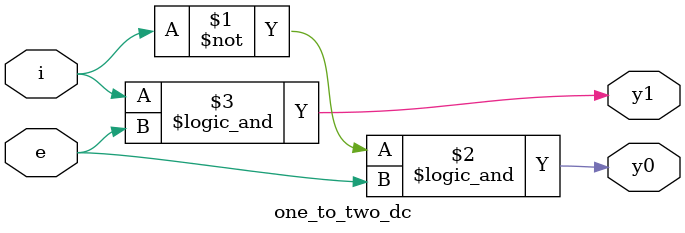
<source format=sv>
`timescale 1ns / 1ps



module one_to_two_dc(
                input logic i, e,
                output logic y1, y0);
    
    assign y0 = (~i) && e;
    assign y1 = i && e;
    
endmodule
</source>
